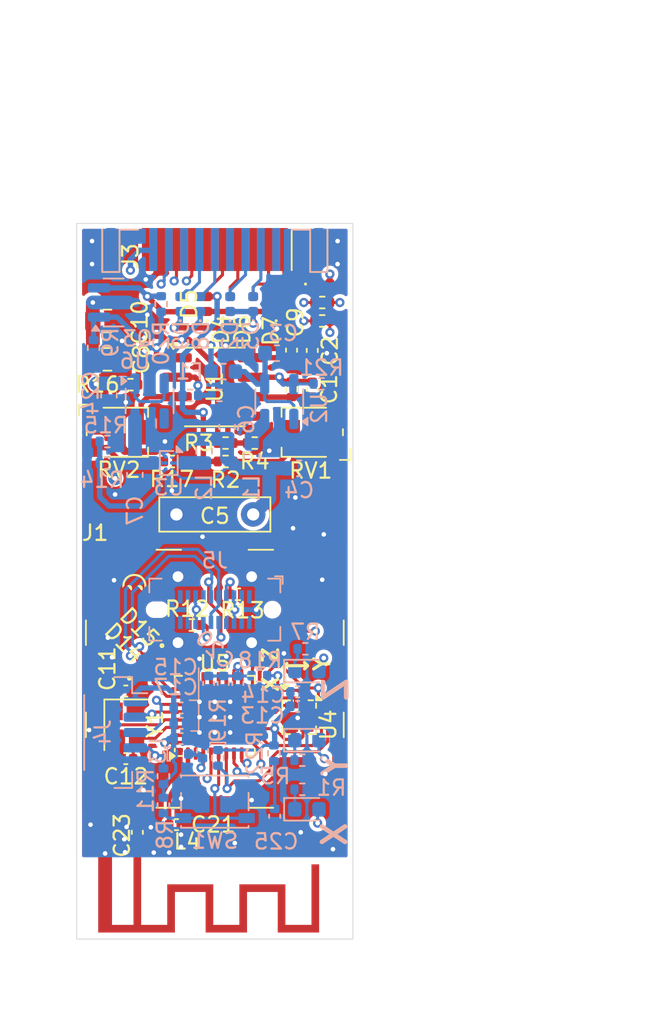
<source format=kicad_pcb>
(kicad_pcb (version 20240108) (generator "pcbnew") (generator_version "8.0")
  (layers (0 "F.Cu" signal) (1 "In1.Cu" signal) (2 "In2.Cu" signal) (31 "B.Cu" signal) (34 "B.Paste" user) (35 "F.Paste" user) (36 "B.SilkS" user "B.Silkscreen") (37 "F.SilkS" user "F.Silkscreen") (38 "B.Mask" user) (39 "F.Mask" user) (44 "Edge.Cuts" user))
  (net 0 "")
  (net 1 "Net-(U2-VOUT)")
  (net 2 "GND")
  (net 3 "Net-(D9-K)")
  (net 4 "Cap_V+")
  (net 5 "+3V3")
  (net 6 "VBUS")
  (net 7 "D1-")
  (net 8 "D1+")
  (net 9 "D0+")
  (net 10 "D0-")
  (net 11 "D2-")
  (net 12 "D2+")
  (net 13 "Net-(D8-K)")
  (net 14 "CK+")
  (net 15 "CK-")
  (net 16 "VDD")
  (net 23 "GPIO8")
  (net 24 "Net-(U2-SW)")
  (net 25 "Net-(U3-SW)")
  (net 26 "Net-(U3-VSEL)")
  (net 27 "lin_reg")
  (net 28 "Net-(U1B-+)")
  (net 29 "Net-(U1B--)")
  (net 30 "Net-(U1A-+)")
  (net 31 "Net-(AE1-FEED)")
  (net 32 "Net-(U5-XTAL_N)")
  (net 33 "Net-(U5-XTAL_P)")
  (net 34 "Net-(U5-VDD3P3)")
  (net 35 "Net-(U5-LNA_IN)")
  (net 36 "RXD")
  (net 37 "Net-(D10-K)")
  (net 38 "TXD")
  (net 39 "Net-(D11-K)")
  (net 40 "Net-(D12-K)")
  (net 41 "User_LED3")
  (net 42 "+5V")
  (net 43 "A_D+")
  (net 44 "A_D-")
  (net 45 "GPIO9")
  (net 46 "User_SW1")
  (net 47 "ACC_MOSI")
  (net 48 "ACC_INT1")
  (net 49 "ACC_SCK")
  (net 50 "ACC_MISO")
  (net 51 "ACC_INT2")
  (net 52 "GPIO2")
  (net 59 "Net-(J5-CC2)")
  (net 64 "Net-(J5-CC1)")
  (net 65 "Net-(D16-A)")
  (net 72 "Net-(U2-RUN)")
  (net 74 "Net-(U5-CHIP_EN)")
  (net 75 "Net-(J3-SCL)")
  (net 76 "Net-(J3-SDA)")
  (net 77 "Net-(R2-Pad2)")
  (net 79 "Net-(R16-Pad2)")
  (net 80 "Net-(R17-Pad1)")
  (net 81 "Net-(U1A--)")
  (footprint "Capacitor_SMD:C_0805_2012Metric" (layer "F.Cu") (at 71.5 48.25 180)
    (property "Reference" "C10")
    (property "Value" "47uF")
  )
  (footprint "Package_SON:Texas_DPY0002A_0.6x1mm_P0.65mm" (layer "F.Cu") (at 74.48995 69.96005 -135)
    (property "Reference" "D15")
    (property "Value" "D_TVS")
  )
  (footprint "Resistor_SMD:R_0402_1005Metric" (layer "F.Cu") (at 79.2 56.2 180)
    (property "Reference" "R3")
    (property "Value" "120k")
  )
  (footprint "Resistor_SMD:R_0402_1005Metric" (layer "F.Cu") (at 85.5 48.25 180)
    (property "Reference" "R23" (hide yes))
    (property "Value" "10k")
  )
  (footprint "Capacitor_SMD:C_0402_1005Metric" (layer "F.Cu") (at 84.85 50.17 -90)
    (property "Reference" "C2")
    (property "Value" "100n")
  )
  (footprint "Inductor_SMD:L_0402_1005Metric" (layer "F.Cu") (at 75 82.05 180)
    (property "Reference" "L4")
    (property "Value" "0R")
  )
  (footprint "Resistor_SMD:R_0402_1005Metric" (layer "F.Cu") (at 81.1 56.2)
    (property "Reference" "R4")
    (property "Value" "100k")
  )
  (footprint "Capacitor_SMD:C_0805_2012Metric" (layer "F.Cu") (at 71.5 50.75 180)
    (property "Reference" "C8")
    (property "Value" "47uF")
  )
  (footprint "Capacitor_SMD:C_0402_1005Metric" (layer "F.Cu") (at 83.5 50.15 -90)
    (property "Reference" "C9")
    (property "Value" "100n")
  )
  (footprint "Resistor_SMD:R_0402_1005Metric" (layer "F.Cu") (at 80 66.05)
    (property "Reference" "R13")
    (property "Value" "5.1k")
  )
  (footprint "Capacitor_THT:C_Rect_L7.0mm_W2.0mm_P5.00mm" (layer "F.Cu") (at 81 60.85 180)
    (property "Reference" "C5")
    (property "Value" "C_Polarized")
  )
  (footprint "Diode_SMD:D_0402_1005Metric" (layer "F.Cu") (at 78 47.15 90)
    (property "Reference" "D5")
    (property "Value" "D_Small")
  )
  (footprint "Capacitor_SMD:C_0402_1005Metric" (layer "F.Cu") (at 72.7 72.35 180)
    (property "Reference" "C11")
    (property "Value" "22pF")
  )
  (footprint "Capacitor_SMD:C_0402_1005Metric" (layer "F.Cu") (at 76 81.05)
    (property "Reference" "C21")
    (property "Value" "TBD")
  )
  (footprint "RF_Shielding:Laird_Technologies_BMI-S-102_16.50x16.50mm" (layer "F.Cu") (at 78.5 71.55)
    (property "Reference" "J1")
    (property "Value" "RFShield_OnePiece")
  )
  (footprint "Resistor_SMD:R_0402_1005Metric" (layer "F.Cu") (at 77 68.05 180)
    (property "Reference" "R12")
    (property "Value" "5.1k")
  )
  (footprint "Crystal:Crystal_SMD_2520-4Pin_2.5x2.0mm" (layer "F.Cu") (at 72.7 74.55 -90)
    (property "Reference" "Y1")
    (property "Value" "40MHz")
  )
  (footprint "Package_SO:SOIC-8_3.9x4.9mm_P1.27mm" (layer "F.Cu") (at 78.5 52.55)
    (property "Reference" "U1")
    (property "Value" "LMV358")
  )
  (footprint "Diode_SMD:D_0402_1005Metric" (layer "F.Cu") (at 85.5 45.85)
    (property "Reference" "D16" (hide yes))
    (property "Value" "D_Small")
  )
  (footprint "Diode_SMD:D_0402_1005Metric" (layer "F.Cu") (at 79.5 47.15 90)
    (property "Reference" "D4")
    (property "Value" "D_Small")
  )
  (footprint "Potentiometer_SMD:Potentiometer_Bourns_TC33X_Vertical" (layer "F.Cu") (at 72.25 55.5)
    (property "Reference" "RV2")
    (property "Value" "100k")
  )
  (footprint "Diode_SMD:D_0402_1005Metric" (layer "F.Cu") (at 81 47.15 90)
    (property "Reference" "D6")
    (property "Value" "D_Small")
  )
  (footprint "Package_SON:Texas_DPY0002A_0.6x1mm_P0.65mm" (layer "F.Cu") (at 73.5 70.95 45)
    (property "Reference" "D14")
    (property "Value" "D_TVS")
  )
  (footprint "Package_LGA:LGA-12_2x2mm_P0.5mm" (layer "F.Cu") (at 84 74.05 -90)
    (property "Reference" "U4")
    (property "Value" "LIS2DE12")
  )
  (footprint "Resistor_SMD:R_0402_1005Metric" (layer "F.Cu") (at 75.7 57.4)
    (property "Reference" "R17")
    (property "Value" "200k")
  )
  (footprint "Resistor_SMD:R_0402_1005Metric" (layer "F.Cu") (at 79.2 57.4)
    (property "Reference" "R2")
    (property "Value" "100k")
  )
  (footprint "Symbol:wavy_baby_2x2_2" (layer "F.Cu") (at 73.25 65.65)
    (property "Reference" "REF**" (hide yes))
    (property "Value" "wavy_baby_2x2_2")
  )
  (footprint "Connector_HDMI:HDMI_A_Contact_Technology_HDMI-19APL2_Horizontal" (layer "F.Cu") (at 78.5 43.6 180)
    (property "Reference" "J3")
    (property "Value" "HDMI_A_1.4")
  )
  (footprint "Resistor_SMD:R_0402_1005Metric" (layer "F.Cu") (at 85.5 47.05 180)
    (property "Reference" "R24" (hide yes))
    (property "Value" "10k")
  )
  (footprint "Diode_SMD:D_0402_1005Metric" (layer "F.Cu") (at 82.5 47.15 90)
    (property "Reference" "D7")
    (property "Value" "D_Small")
  )
  (footprint "Package_DFN_QFN:QFN-32-1EP_5x5mm_P0.5mm_EP3.7x3.7mm" (layer "F.Cu") (at 78.5 73.97 90)
    (property "Reference" "U5")
    (property "Value" "ESP32-C3FH4")
  )
  (footprint "Resistor_SMD:R_0402_1005Metric" (layer "F.Cu") (at 83.5 52.7 90)
    (property "Reference" "R6" (hide yes))
    (property "Value" "100k")
  )
  (footprint "Potentiometer_SMD:Potentiometer_Bourns_TC33X_Vertical" (layer "F.Cu") (at 84.75 55.5 180)
    (property "Reference" "RV1")
    (property "Value" "100k")
  )
  (footprint "Capacitor_SMD:C_0402_1005Metric" (layer "F.Cu") (at 73.45 81.55 90)
    (property "Reference" "C23")
    (property "Value" "TBD")
  )
  (footprint "Symbol:cartesian" (layer "F.Cu") (at 83.05 70.7 90)
    (property "Reference" "REF**" (hide yes))
    (property "Value" "cartesian")
  )
  (footprint "Capacitor_SMD:C_0402_1005Metric" (layer "F.Cu") (at 72.7 76.75 180)
    (property "Reference" "C12")
    (property "Value" "22pF")
  )
  (footprint "RF_Antenna:Texas_SWRA117D_2.4GHz_Left" (layer "F.Cu") (at 73.45 82.925 180)
    (property "Reference" "AE1" (hide yes))
    (property "Value" "Antenna_Chip")
  )
  (footprint "Resistor_SMD:R_0402_1005Metric" (layer "F.Cu") (at 73 52.4 180)
    (property "Reference" "R16")
    (property "Value" "50k")
  )
  (footprint "Capacitor_SMD:C_0402_1005Metric" (layer "F.Cu") (at 84.85 52.7 90)
    (property "Reference" "C1")
    (property "Value" "470p")
  )
  (footprint "Capacitor_SMD:C_0402_1005Metric" (layer "B.Cu") (at 80 71.85 -90)
    (property "Reference" "C22" (hide yes))
    (property "Value" "100nF")
  )
  (footprint "Resistor_SMD:R_0402_1005Metric" (layer "B.Cu") (at 78.7 76.7 -90)
    (property "Reference" "R19")
    (property "Value" "10k")
  )
  (footprint "Diode_SMD:D_0402_1005Metric" (layer "B.Cu") (at 81 47.15 90)
    (property "Reference" "D3")
    (property "Value" "D_Small")
  )
  (footprint "rotatinator_lib:WLCSP-6_1.4x1.0mm_P0.4mm" (layer "B.Cu") (at 75.5 57.5 -90)
    (property "Reference" "U3")
    (property "Value" "~")
  )
  (footprint "LED_SMD:LED_0603_1608Metric" (layer "B.Cu") (at 84.5 71.05)
    (property "Reference" "D12" (hide yes))
    (property "Value" "LED")
  )
  (footprint "Resistor_SMD:R_0402_1005Metric" (layer "B.Cu") (at 84.2 76.85)
    (property "Reference" "R5")
    (property "Value" "1.2k")
  )
  (footprint "Inductor_SMD:L_0402_1005Metric" (layer "B.Cu") (at 76.3 76.45 180)
    (property "Reference" "L3")
    (property "Value" "2.0nH")
  )
  (footprint "Capacitor_SMD:C_0402_1005Metric" (layer "B.Cu") (at 77.7 76.25 90)
    (property "Reference" "C16" (hide yes))
    (property "Value" "100nF")
  )
  (footprint "Resistor_SMD:R_0402_1005Metric" (layer "B.Cu") (at 78.8 53.1 180)
    (property "Reference" "R25" (hide yes))
    (property "Value" "200k")
  )
  (footprint "Capacitor_SMD:C_0603_1608Metric" (layer "B.Cu") (at 82.55 50.35)
    (property "Reference" "C3")
    (property "Value" "4.7uF")
  )
  (footprint "Fuse:Fuse_0603_1608Metric" (layer "B.Cu") (at 79.05 51.55 180)
    (property "Reference" "F1")
    (property "Value" "200mA ")
  )
  (footprint "Inductor_SMD:L_0603_1608Metric" (layer "B.Cu") (at 80.9 57.05 -90)
    (property "Reference" "L1")
    (property "Value" "2.2uH")
  )
  (footprint "Capacitor_SMD:C_0603_1608Metric" (layer "B.Cu") (at 84 57.85)
    (property "Reference" "C4")
    (property "Value" "10uF")
  )
  (footprint "Resistor_SMD:R_0402_1005Metric" (layer "B.Cu") (at 81.4 71.35)
    (property "Reference" "R18")
    (property "Value" "10k")
  )
  (footprint "Capacitor_SMD:C_0603_1608Metric" (layer "B.Cu") (at 73.29 58.275 -90)
    (property "Reference" "C7")
    (property "Value" "22uF")
  )
  (footprint "Capacitor_SMD:C_0402_1005Metric" (layer "B.Cu") (at 82.4 80.5 -90)
    (property "Reference" "C25")
    (property "Value" "100nF")
  )
  (footprint "LED_SMD:LED_0603_1608Metric" (layer "B.Cu") (at 84.5 80.05)
    (property "Reference" "D10" (hide yes))
    (property "Value" "LED")
  )
  (footprint "Resistor_SMD:R_0402_1005Metric" (layer "B.Cu") (at 71.5 56.1)
    (property "Reference" "R15")
    (property "Value" "0")
  )
  (footprint "Capacitor_SMD:C_0603_1608Metric" (layer "B.Cu") (at 71.6 53.1 -90)
    (property "Reference" "C24")
    (property "Value" "2.2uF")
  )
  (footprint "Resistor_SMD:R_0402_1005Metric" (layer "B.Cu") (at 75 47.15 90)
    (property "Reference" "R20")
    (property "Value" "10k")
  )
  (footprint "Package_TO_SOT_SMD:SOT-23-5" (layer "B.Cu") (at 74.25 53.4625 -90)
    (property "Reference" "U6")
    (property "Value" "AP2112K-3.3")
  )
  (footprint "Capacitor_SMD:C_0402_1005Metric" (layer "B.Cu") (at 76.3 74.45)
    (property "Reference" "C17")
    (property "Value" "100nF")
  )
  (footprint "Resistor_SMD:R_0402_1005Metric" (layer "B.Cu") (at 85.45 52.35)
    (property "Reference" "R21")
    (property "Value" "100k")
  )
  (footprint "Capacitor_SMD:C_0402_1005Metric" (layer "B.Cu") (at 76.3 73.45)
    (property "Reference" "C15")
    (property "Value" "10uF")
  )
  (footprint "Diode_SMD:D_0402_1005Metric" (layer "B.Cu") (at 77.55 47.15 90)
    (property "Reference" "D8")
    (property "Value" "D_Small")
  )
  (footprint "Diode_SMD:D_0402_1005Metric" (layer "B.Cu") (at 76.25 47.15 90)
    (property "Reference" "D9")
    (property "Value" "D_Small")
  )
  (footprint "Inductor_SMD:L_0603_1608Metric" (layer "B.Cu") (at 77.8 56.7125 -90)
    (property "Reference" "L2")
    (property "Value" "1uH")
  )
  (footprint "Resistor_SMD:R_0402_1005Metric" (layer "B.Cu") (at 82.35 76.4 -90)
    (property "Reference" "R22")
    (property "Value" "10k")
  )
  (footprint "Capacitor_SMD:C_0402_1005Metric" (layer "B.Cu") (at 76.3 75.45)
    (property "Reference" "C19" (hide yes))
    (property "Value" "100nF")
  )
  (footprint "Resistor_SMD:R_0402_1005Metric" (layer "B.Cu") (at 76.9 53.1 180)
    (property "Reference" "R10" (hide yes))
    (property "Value" "200k")
  )
  (footprint "Resistor_SMD:R_0402_1005Metric" (layer "B.Cu") (at 70.6 50 -90)
    (property "Reference" "R9")
    (property "Value" "100k")
  )
  (footprint "Resistor_SMD:R_0402_1005Metric" (layer "B.Cu") (at 75.15 79.8 -90)
    (property "Reference" "R8")
    (property "Value" "10k")
  )
  (footprint "Button_Switch_SMD:SW_SPST_PTS810" (layer "B.Cu") (at 78.5 79.55 180)
    (property "Reference" "SW1")
    (property "Value" "SW_SPST")
  )
  (footprint "Package_TO_SOT_SMD:TSOT-23-5" (layer "B.Cu") (at 82.7 53.5 90)
    (property "Reference" "U2")
    (property "Value" "LTC3406AES5")
  )
  (footprint "Resistor_SMD:R_0402_1005Metric" (layer "B.Cu") (at 84.2 78.75)
    (property "Reference" "R1")
    (property "Value" "1.2k")
  )
  (footprint "Capacitor_SMD:C_0402_1005Metric" (layer "B.Cu") (at 83.9 72.4)
    (property "Reference" "C14")
    (property "Value" "4.7uF")
  )
  (footprint "Package_TO_SOT_SMD:SOT-23" (layer "B.Cu") (at 71.9 47.05)
    (property "Reference" "Q3")
    (property "Value" "Q_PMOS_GSD")
  )
  (footprint "Capacitor_SMD:C_0402_1005Metric" (layer "B.Cu") (at 78.1 71.85 -90)
    (property "Reference" "C18" (hide yes))
    (property "Value" "100nF")
  )
  (footprint "Connector_JST:JST_SH_BM05B-SRSS-TB_1x05-1MP_P1.00mm_Vertical" (layer "B.Cu") (at 72 75.05 -90)
    (property "Reference" "J4")
    (property "Value" "Conn_01x05_MountingPin")
  )
  (footprint "Diode_SMD:D_0402_1005Metric" (layer "B.Cu") (at 79.5 47.15 90)
    (property "Reference" "D2")
    (property "Value" "D_Small")
  )
  (footprint "Resistor_SMD:R_0402_1005Metric" (layer "B.Cu") (at 84.4 69.6)
    (property "Reference" "R7")
    (property "Value" "1.2k")
  )
  (footprint "LED_SMD:LED_0603_1608Metric" (layer "B.Cu") (at 84.5 75.55)
    (property "Reference" "D11" (hide yes))
    (property "Value" "LED")
  )
  (footprint "Connector_USB:USB_C_Receptacle_GCT_USB4115-03-C" (layer "B.Cu") (at 78.5 67.05 180)
    (property "Reference" "J5")
    (property "Value" "USB_C_Receptacle")
  )
  (footprint "Capacitor_SMD:C_0402_1005Metric" (layer "B.Cu") (at 83.9 73.35)
    (property "Reference" "C13")
    (property "Value" "100nF")
  )
  (footprint "Resistor_SMD:R_0402_1005Metric" (layer "B.Cu") (at 75.15 77.9 90)
    (property "Reference" "R11")
    (property "Value" "100k")
  )
  (footprint "Capacitor_SMD:C_0402_1005Metric" (layer "B.Cu") (at 79.05 71.85 -90)
    (property "Reference" "C20")
    (property "Value" "100nF")
  )
  (footprint "Capacitor_SMD:C_0603_1608Metric" (layer "B.Cu") (at 79.3 55.15 90)
    (property "Reference" "C6")
    (property "Value" "22uF")
  )
  (footprint "Resistor_SMD:R_0402_1005Metric" (layer "B.Cu") (at 71.5 57.5 180)
    (property "Reference" "R14")
    (property "Value" "DNF")
  )
  (gr_line (start 75.4 76.9) (end 75.6 76.9) (stroke (width 0.1)) (layer "B.SilkS"))
  (gr_line (start 75.6 76) (end 75.4 76) (stroke (width 0.1)) (layer "B.SilkS"))
  (gr_line (start 79.2 75.7) (end 79.2 75.9) (stroke (width 0.1)) (layer "B.SilkS"))
  (gr_line (start 77.45 72.95) (end 76.85 72.95) (stroke (width 0.1)) (layer "B.SilkS"))
  (gr_line (start 75.4 76) (end 75.4 76.9) (stroke (width 0.1)) (layer "B.SilkS"))
  (gr_line (start 77.45 70.85) (end 77.45 74.95) (stroke (width 0.1)) (layer "B.SilkS"))
  (gr_line (start 78.2 75.9) (end 78.2 75.7) (stroke (width 0.1)) (layer "B.SilkS"))
  (gr_line (start 77.45 74.95) (end 76.95 74.95) (stroke (width 0.1)) (layer "B.SilkS"))
  (gr_line (start 78.2 75.7) (end 79.2 75.7) (stroke (width 0.1)) (layer "B.SilkS"))
  (gr_rect (start 69.5 41.9) (end 87.5 88.5) (stroke (width 0.05)) (fill none) (layer "Edge.Cuts"))
  (gr_text "Z" (at 87.26 71.35 90) (layer "B.SilkS") (effects (font (size 1.5 1.5) (thickness 0.3) (bold yes)) (justify left bottom mirror)))
  (gr_text "Y" (at 87.22 76.37 90) (layer "B.SilkS") (effects (font (size 1.5 1.5) (thickness 0.3) (bold yes)) (justify left bottom mirror)))
  (gr_text "X" (at 87.18 80.76 90) (layer "B.SilkS") (effects (font (size 1.5 1.5) (thickness 0.3) (bold yes)) (justify left bottom mirror)))
  (segment (start 84.82 52.19) (end 84.85 52.22) (width 0.35) (layer "F.Cu") (net 1))
  (segment (start 82.7 51.9) (end 82.99 52.19) (width 0.35) (layer "F.Cu") (net 1))
  (segment (start 82.685 51.915) (end 80.975 51.915) (width 0.35) (layer "F.Cu") (net 1))
  (segment (start 82.7 51.9) (end 82.685 51.915) (width 0.35) (layer "F.Cu") (net 1))
  (segment (start 82.99 52.19) (end 83.5 52.19) (width 0.35) (layer "F.Cu") (net 1))
  (segment (start 83.5 52.19) (end 84.82 52.19) (width 0.35) (layer "F.Cu") (net 1))
  (via (at 82.7 51.9) (size 0.6) (drill 0.3) (layers "F.Cu" "B.Cu") (net 1))
  (segment (start 84.94 52.35) (end 83.6625 52.35) (width 0.2) (layer "B.Cu") (net 1))
  (segment (start 82.7 51.9) (end 82.7 52.1) (width 0.35) (layer "B.Cu") (net 1))
  (segment (start 82.9625 52.3625) (end 83.65 52.3625) (width 0.35) (layer "B.Cu") (net 1))
  (segment (start 83.6625 52.35) (end 83.65 52.3625) (width 0.2) (layer "B.Cu") (net 1))
  (segment (start 82.7 52.1) (end 82.9625 52.3625) (width 0.35) (layer "B.Cu") (net 1))
  (segment (start 77.3 78.85) (end 76.9 78.85) (width 0.2) (layer "F.Cu") (net 2))
  (segment (start 77.75 79.7) (end 77.3 79.25) (width 0.2) (layer "F.Cu") (net 2))
  (segment (start 73.18 72.35) (end 73.18 73.455) (width 0.2) (layer "F.Cu") (net 2))
  (segment (start 72.45 49.55) (end 72.45 50.75) (width 0.35) (layer "F.Cu") (net 2))
  (segment (start 75 44.895405) (end 74.345405 45.55) (width 0.35) (layer "F.Cu") (net 2))
  (segment (start 80.65 79.7) (end 78.5 79.7) (width 0.2) (layer "F.Cu") (net 2))
  (segment (start 78.5 79.7) (end 77.75 79.7) (width 0.2) (layer "F.Cu") (net 2))
  (segment (start 80.9 79.45) (end 80.65 79.7) (width 0.2) (layer "F.Cu") (net 2))
  (segment (start 75 43.65) (end 75 44.895405) (width 0.35) (layer "F.Cu") (net 2))
  (segment (start 83.7 74.3) (end 83.2375 74.3) (width 0.2) (layer "F.Cu") (net 2))
  (segment (start 75.9 54.58) (end 76.025 54.455) (width 0.35) (layer "F.Cu") (net 2))
  (segment (start 74.345405 45.55) (end 74 45.55) (width 0.35) (layer "F.Cu") (net 2))
  (segment (start 72.22 75.645) (end 72 75.425) (width 0.2) (layer "F.Cu") (net 2))
  (segment (start 77.3 79.25) (end 77.3 78.85) (width 0.2) (layer "F.Cu") (net 2))
  (segment (start 75.9 56.75) (end 75.9 54.58) (width 0.35) (layer "F.Cu") (net 2))
  (segment (start 73.18 73.455) (end 73.4 73.675) (width 0.2) (layer "F.Cu") (net 2))
  (segment (start 83.9 74.1) (end 83.7 74.3) (width 0.2) (layer "F.Cu") (net 2))
  (segment (start 72.22 76.75) (end 72.22 75.645) (width 0.2) (layer "F.Cu") (net 2))
  (via (at 72 59.55) (size 0.6) (drill 0.3) (layers "F.Cu" "B.Cu") (net 2))
  (via (at 72.6 82) (size 0.6) (drill 0.3) (layers "F.Cu" "B.Cu") (net 2))
  (via (at 77.5 73.05) (size 0.6) (drill 0.3) (layers "F.Cu" "B.Cu") (net 2))
  (via (at 74.52 82.87) (size 0.6) (drill 0.3) (layers "F.Cu" "B.Cu") (net 2))
  (via (at 71.8 70.15) (size 0.6) (drill 0.3) (layers "F.Cu" "B.Cu") (net 2))
  (via (at 73.85 78.8) (size 0.6) (drill 0.3) (layers "F.Cu" "B.Cu") (net 2))
  (via (at 78.5 75.05) (size 0.6) (drill 0.3) (layers "F.Cu" "B.Cu") (net 2))
  (via (at 85.7 77.75) (size 0.6) (drill 0.3) (layers "F.Cu" "B.Cu") (net 2))
  (via (at 76.3 81.7) (size 0.6) (drill 0.3) (layers "F.Cu" "B.Cu") (net 2))
  (via (at 82.05 56.7) (size 0.6) (drill 0.3) (layers "F.Cu" "B.Cu") (net 2))
  (via (at 75.25 56.1) (size 0.6) (drill 0.3) (layers "F.Cu" "B.Cu") (net 2))
  (via (at 79.5 73.05) (size 0.6) (drill 0.3) (layers "F.Cu" "B.Cu") (net 2))
  (via (at 74.33 81.22) (size 0.6) (drill 0.3) (layers "F.Cu" "B.Cu") (net 2))
  (via (at 83.75 59.75) (size 0.6) (drill 0.3) (layers "F.Cu" "B.Cu") (net 2))
  (via (at 86.2 82.65) (size 0.6) (drill 0.3) (layers "F.Cu" "B.Cu") (net 2))
  (via (at 78.5 73.05) (size 0.6) (drill 0.3) (layers "F.Cu" "B.Cu") (net 2))
  (via (at 79.5 74.05) (size 0.6) (drill 0.3) (layers "F.Cu" "B.Cu") (net 2))
  (via (at 83.6 61.75) (size 0.6) (drill 0.3) (layers "F.Cu" "B.Cu") (net 2))
  (via (at 86.5 44.55) (size 0.6) (drill 0.3) (layers "F.Cu" "B.Cu") (net 2))
  (via (at 79.2 49.85) (size 0.6) (drill 0.3) (layers "F.Cu" "B.Cu") (net 2))
  (via (at 77.7 62.3) (size 0.6) (drill 0.3) (layers "F.Cu" "B.Cu") (net 2))
  (via (at 85.5 65.1) (size 0.6) (drill 0.3) (layers "F.Cu" "B.Cu") (net 2))
  (via (at 85.8 50.35) (size 0.6) (drill 0.3) (layers "F.Cu" "B.Cu") (net 2))
  (via (at 77.5 74.05) (size 0.6) (drill 0.3) (layers "F.Cu" "B.Cu") (net 2))
  (via (at 74.1 47.85) (size 0.6) (drill 0.3) (layers "F.Cu" "B.Cu") (net 2))
  (via (at 71.530076 68.875387) (size 0.6) (drill 0.3) (layers "F.Cu" "B.Cu") (net 2))
  (via (at 85.6 62.15) (size 0.6) (drill 0.3) (layers "F.Cu" "B.Cu") (net 2))
  (via (at 79.25 70.1) (size 0.6) (drill 0.3) (layers "F.Cu" "B.Cu") (net 2))
  (via (at 76.3 82.5) (size 0.6) (drill 0.3) (layers "F.Cu" "B.Cu") (net 2))
  (via (at 72.7 53.55) (size 0.6) (drill 0.3) (layers "F.Cu" "B.Cu") (net 2))
  (via (at 79.5 75.05) (size 0.6) (drill 0.3) (layers "F.Cu" "B.Cu") (net 2))
  (via (at 83 69.9) (size 0.6) (drill 0.3) (layers "F.Cu" "B.Cu") (net 2))
  (via (at 75.7 59.3) (size 0.6) (drill 0.3) (layers "F.Cu" "B.Cu") (net 2))
  (via (at 78.5 74.05) (size 0.6) (drill 0.3) (layers "F.Cu" "B.Cu") (net 2))
  (via (at 70.4 81.05) (size 0.6) (drill 0.3) (layers "F.Cu" "B.Cu") (net 2))
  (via (at 72.45 49.55) (size 0.6) (drill 0.3) (layers "F.Cu" "B.Cu") (net 2))
  (via (at 74 45.55) (size 0.6) (drill 0.3) (layers "F.Cu" "B.Cu") (net 2))
  (via (at 79.8 82.25) (size 0.6) (drill 0.3) (layers "F.Cu" "B.Cu") (net 2))
  (via (at 70.305491 74.887608) (size 0.6) (drill 0.3) (layers "F.Cu" "B.Cu") (net 2))
  (via (at 80.9 79.45) (size 0.6) (drill 0.3) (layers "F.Cu" "B.Cu") (net 2))
  (via (at 84.1 81.55) (size 0.6) (drill 0.3) (layers "F.Cu" "B.Cu") (net 2))
  (via (at 82.55 48.75) (size 0.6) (drill 0.3) (layers "F.Cu" "B.Cu") (net 2))
  (via (at 77.5 70.25) (size 0.6) (drill 0.3) (layers "F.Cu" "B.Cu") (net 2))
  (via (at 70.5 43.05) (size 0.6) (drill 0.3) (layers "F.Cu" "B.Cu") (net 2))
  (via (at 77.5 75.05) (size 0.6) (drill 0.3) (layers "F.Cu" "B.Cu") (net 2))
  (via (at 72.65 82.85) (size 0.6) (drill 0.3) (layers "F.Cu" "B.Cu") (net 2))
  (via (at 76.3 79.35) (size 0.6) (drill 0.3) (layers "F.Cu" "B.Cu") (net 2))
  (via (at 75.53 82.87) (size 0.6) (drill 0.3) (layers "F.Cu" "B.Cu") (net 2))
  (via (at 72.75 81.2) (size 0.6) (drill 0.3) (layers "F.Cu" "B.Cu") (net 2))
  (via (at 83.9 74.1) (size 0.6) (drill 0.3) (layers "F.Cu" "B.Cu") (net 2))
  (via (at 71.931609 65.134901) (size 0.6) (drill 0.3) (layers "F.Cu" "B.Cu") (net 2))
  (via (at 86.5 43.05) (size 0.6) (drill 0.3) (layers "F.Cu" "B.Cu") (net 2))
  (via (at 70.5 44.55) (size 0.6) (drill 0.3) (layers "F.Cu" "B.Cu") (net 2))
  (via (at 81.2 67.05) (size 0.6) (drill 0.3) (layers "F.Cu" "B.Cu") (net 2))
  (segment (start 72.375 53.875) (end 72.7 53.55) (width 0.35) (layer "B.Cu") (net 2))
  (segment (start 82.7 54.65) (end 82.7 54.6375) (width 0.35) (layer "B.Cu") (net 2))
  (segment (start 71.6 53.875) (end 72.375 53.875) (width 0.35) (layer "B.Cu") (net 2))
  (segment (start 75.25 56.1) (end 75.1 56.25) (width 0.2) (layer "B.Cu") (net 2))
  (segment (start 77.7 75.25) (end 77.5 75.05) (width 0.35) (layer "B.Cu") (net 2))
  (segment (start 84.775 58.725) (end 84.775 57.25) (width 0.35) (layer "B.Cu") (net 2))
  (segment (start 81.25 67.885) (end 81.25 67.1) (width 0.2) (layer "B.Cu") (net 2))
  (segment (start 71.6 53.875) (end 71.6 55.25) (width 0.35) (layer "B.Cu") (net 2))
  (segment (start 75.1 56.9) (end 75.3 57.1) (width 0.2) (layer "B.Cu") (net 2))
  (segment (start 83.75 59.75) (end 84.775 58.725) (width 0.35) (layer "B.Cu") (net 2))
  (segment (start 81.25 67.1) (end 81.2 67.05) (width 0.2) (layer "B.Cu") (net 2))
  (segment (start 71.6 55.25) (end 71.75 55.4) (width 0.35) (layer "B.Cu") (net 2))
  (segment (start 77.7 75.77) (end 77.7 75.25) (width 0.35) (layer "B.Cu") (net 2))
  (segment (start 75.1 56.25) (end 75.1 56.9) (width 0.2) (layer "B.Cu") (net 2))
  (segment (start 84.85 50.65) (end 84.845 50.645) (width 0.35) (layer "F.Cu") (net 3))
  (segment (start 75.85 48.7) (end 79.75 48.7) (width 0.35) (layer "F.Cu") (net 3))
  (segment (start 84.845 50.645) (end 80.975 50.645) (width 0.35) (layer "F.Cu") (net 3))
  (segment (start 79.75 48.7) (end 80.975 49.925) (width 0.35) (layer "F.Cu") (net 3))
  (segment (start 80.975 49.925) (end 80.975 50.645) (width 0.35) (layer "F.Cu") (net 3))
  (via (at 75.85 48.7) (size 0.6) (drill 0.3) (layers "F.Cu" "B.Cu") (net 3))
  (segment (start 75.85 48.7) (end 76.25 48.3) (width 0.35) (layer "B.Cu") (net 3))
  (segment (start 76.25 48.3) (end 76.25 47.635) (width 0.35) (layer "B.Cu") (net 3))
  (segment (start 78 78.05) (end 78.25 77.8) (width 0.2) (layer "F.Cu") (net 4))
  (segment (start 78.25 77.8) (end 78.25 76.42) (width 0.2) (layer "F.Cu") (net 4))
  (via (at 78 78.05) (size 0.6) (drill 0.3) (layers "F.Cu" "B.Cu") (net 4))
  (segment (start 76.3 58.5) (end 78.55 58.5) (width 0.2) (layer "B.Cu") (net 4))
  (segment (start 80.9 57.8375) (end 82.05 57.8375) (width 0.9) (layer "B.Cu") (net 4))
  (segment (start 80.1 57.55) (end 80.55 58) (width 0.2) (layer "B.Cu") (net 4))
  (segment (start 82.05 59.8) (end 82.05 57.8375) (width 0.9) (layer "B.Cu") (net 4))
  (segment (start 75.7 57.9) (end 76.3 58.5) (width 0.2) (layer "B.Cu") (net 4))
  (segment (start 77.8 55.925) (end 76.875 55.925) (width 0.9) (layer "B.Cu") (net 4))
  (segment (start 79.9375 57.8375) (end 80.9 57.8375) (width 0.9) (layer "B.Cu") (net 4))
  (segment (start 83.2125 57.8375) (end 83.225 57.85) (width 0.9) (layer "B.Cu") (net 4))
  (segment (start 81.1 60.85) (end 81 60.85) (width 0.9) (layer "B.Cu") (net 4))
  (segment (start 81 60.85) (end 82.05 59.8) (width 0.9) (layer "B.Cu") (net 4))
  (segment (start 79.3 57.2) (end 79.9375 57.8375) (width 0.9) (layer "B.Cu") (net 4))
  (segment (start 75.7 57.1) (end 76.5 56.3) (width 0.2) (layer "B.Cu") (net 4))
  (segment (start 82.05 57.8375) (end 83.2125 57.8375) (width 0.9) (layer "B.Cu") (net 4))
  (segment (start 77.8 55.925) (end 79.231497 55.925) (width 0.9) (layer "B.Cu") (net 4))
  (segment (start 76.875 55.925) (end 76.5 56.3) (width 0.9) (layer "B.Cu") (net 4))
  (segment (start 79.5 57.55) (end 80.1 57.55) (width 0.2) (layer "B.Cu") (net 4))
  (segment (start 78.55 58.5) (end 79.5 57.55) (width 0.2) (layer "B.Cu") (net 4))
  (segment (start 79.231497 55.925) (end 79.268248 55.961751) (width 0.9) (layer "B.Cu") (net 4))
  (segment (start 79.3 55.93) (end 79.3 57.2) (width 0.9) (layer "B.Cu") (net 4))
  (segment (start 82.4 74.825) (end 83.075 75.5) (width 0.2) (layer "F.Cu") (net 5))
  (segment (start 84.05 75.5) (end 84.25 75.3) (width 0.2) (layer "F.Cu") (net 5))
  (segment (start 75.73 75.22) (end 76.05 75.22) (width 0.2) (layer "F.Cu") (net 5))
  (segment (start 80 70.75) (end 80.25 71) (width 0.2) (layer "F.Cu") (net 5))
  (segment (start 80.25 71) (end 80.25 71.52) (width 0.2) (layer "F.Cu") (net 5))
  (segment (start 84.25 74.8125) (end 84.75 74.8125) (width 0.2) (layer "F.Cu") (net 5))
  (segment (start 75.23 75.72) (end 75.73 75.22) (width 0.2) (layer "F.Cu") (net 5))
  (segment (start 75.23 75.72) (end 76.05 75.72) (width 0.2) (layer "F.Cu") (net 5))
  (segment (start 82.4 74.8) (end 81.55 74.8) (width 0.2) (layer "F.Cu") (net 5))
  (segment (start 82.4 74.8) (end 82.4 74.825) (width 0.2) (layer "F.Cu") (net 5))
  (segment (start 79.75 71.52) (end 79.75 71) (width 0.2) (layer "F.Cu") (net 5))
  (segment (start 83.075 75.5) (end 84.05 75.5) (width 0.2) (layer "F.Cu") (net 5))
  (segment (start 84.25 75.3) (end 84.25 74.8125) (width 0.2) (layer "F.Cu") (net 5))
  (segment (start 81.55 74.8) (end 81.47 74.72) (width 0.2) (layer "F.Cu") (net 5))
  (segment (start 81.47 74.72) (end 80.95 74.72) (width 0.2) (layer "F.Cu") (net 5))
  (segment (start 79.75 71) (end 80 70.75) (width 0.2) (layer "F.Cu") (net 5))
  (via (at 80 70.75) (size 0.6) (drill 0.3) (layers "F.Cu" "B.Cu") (net 5))
  (via (at 75.23 75.72) (size 0.6) (drill 0.3) (layers "F.Cu" "B.Cu") (net 5))
  (via (at 82.4 74.8) (size 0.6) (drill 0.3) (layers "F.Cu" "B.Cu") (net 5))
  (via (at 72 58.5) (size 0.6) (drill 0.3) (layers "F.Cu" "B.Cu") (net 5))
  (segment (start 82.4 74.8) (end 82.4 74.45) (width 0.35) (layer "B.Cu") (net 5))
  (segment (start 83.42 73.43) (end 83.42 73.35) (width 0.35) (layer "B.Cu") (net 5))
  (segment (start 82.35 75.89) (end 81.71 75.89) (width 0.2) (layer "B.Cu") (net 5))
  (segment (start 75.15 78.41) (end 75.15 78.35) (width 0.35) (layer "B.Cu") (net 5))
  (segment (start 73.1375 57.3475) (end 73.29 57.5) (width 0.2) (layer "B.Cu") (net 5))
  (segment (start 82.4 74.45) (end 83.42 73.43) (width 0.35) (layer "B.Cu") (net 5))
  (segment (start 75.23 75.72) (end 75.5 75.45) (width 0.35) (layer "B.Cu") (net 5))
  (segment (start 82.4 74.8) (end 82.4 75.84) (width 0.35) (layer "B.Cu") (net 5))
  (segment (start 80.87 71.37) (end 80.89 71.35) (width 0.2) (layer "B.Cu") (net 5))
  (segment (start 75.15 78.41) (end 75.15 78.4) (width 0.2) (layer "B.Cu") (net 5))
  (segment (start 78.1 71.37) (end 80 71.37) (width 0.2) (layer "B.Cu") (net 5))
  (segment (start 73.29 57.5) (end 72.01 57.5) (width 0.9) (layer "B.Cu") (net 5))
  (segment (start 81.41 76.19) (end 78.7 76.19) (width 0.2) (layer "B.Cu") (net 5))
  (segment (start 75.82 75.45) (end 75.82 76.445) (width 0.2) (layer "B.Cu") (net 5))
  (segment (start 75.95 77.1) (end 75.815 76.965) (width 0.2) (layer "B.Cu") (net 5))
  (segment (start 80 71.37) (end 80 70.75) (width 0.2) (layer "B.Cu") (net 5))
  (segment (start 73.3 54.6) (end 73.3 56.15) (width 0.9) (layer "B.Cu") (net 5))
  (segment (start 75.815 76.965) (end 75.815 76.45) (width 0.2) (layer "B.Cu") (net 5))
  (segment (start 72 58.5) (end 72 57.51) (width 0.9) (layer "B.Cu") (net 5))
  (segment (start 82.4 75.84) (end 82.35 75.89) (width 0.35) (layer "B.Cu") (net 5))
  (segment (start 75.3 57.5) (end 74.6 57.5) (width 0.2) (layer "B.Cu") (net 5))
  (segment (start 80 71.37) (end 80.87 71.37) (width 0.2) (layer "B.Cu") (net 5))
  (segment (start 73.29 57.5) (end 74.6 57.5) (width 0.9) (layer "B.Cu") (net 5))
  (segment (start 72 57.51) (end 72.01 57.5) (width 0.9) (layer "B.Cu") (net 5))
  (segment (start 75.4 72.15) (end 75.82 72.57) (width 0.35) (layer "B.Cu") (net 5))
  (segment (start 83.42 73.35) (end 83.42 72.4) (width 0.35) (layer "B.Cu") (net 5))
  (segment (start 75.15 78.41) (end 75.15 79.29) (width 0.2) (layer "B.Cu") (net 5))
  (segment (start 81.71 75.89) (end 81.41 76.19) (width 0.2) (layer "B.Cu") (net 5))
  (segment (start 75.15 78.4) (end 75.95 77.6) (width 0.2) (layer "B.Cu") (net 5))
  (segment (start 73.325 72.525) (end 73.7 72.15) (width 0.35) (layer "B.Cu") (net 5))
  (segment (start 75.82 76.445) (end 75.815 76.45) (width 0.35) (layer "B.Cu") (net 5))
  (segment (start 75.5 75.45) (end 75.82 75.45) (width 0.35) (layer "B.Cu") (net 5))
  (segment (start 73.3 57.49) (end 73.29 57.5) (width 0.9) (layer "B.Cu") (net 5))
  (segment (start 82.4 75.1) (end 82.4 74.8) (width 0.35) (layer "B.Cu") (net 5))
  (segment (start 75.82 73.45) (end 75.82 76.445) (width 0.35) (layer "B.Cu") (net 5))
  (segment (start 73.325 73.05) (end 73.325 72.525) (width 0.35) (layer "B.Cu") (net 5))
  (segment (start 73.3 56.15) (end 73.3 57.49) (width 0.9) (layer "B.Cu") (net 5))
  (segment (start 75.82 73.45) (end 75.82 75.45) (width 0.2) (layer "B.Cu") (net 5))
  (segment (start 75.95 77.6) (end 75.95 77.1) (width 0.2) (layer "B.Cu") (net 5))
  (segment (start 75.82 72.57) (end 75.82 73.45) (width 0.35) (layer "B.Cu") (net 5))
  (segment (start 73.7 72.15) (end 75.4 72.15) (width 0.35) (layer "B.Cu") (net 5))
  (segment (start 77.985 47.65) (end 78 47.635) (width 0.35) (layer "F.Cu") (net 6))
  (segment (start 83.9 45.85) (end 83.55 46.2) (width 0.35) (layer "F.Cu") (net 6))
  (segment (start 82.515 47.65) (end 82.5 47.635) (width 0.35) (layer "F.Cu") (net 6))
  (segment (start 83 47.65) (end 82.515 47.65) (width 0.35) (layer "F.Cu") (net 6))
  (segment (start 78 47.635) (end 82.5 47.635) (width 0.35) (layer "F.Cu") (net 6))
  (segment (start 83.55 47.1) (end 83 47.65) (width 0.35) (layer "F.Cu") (net 6))
  (segment (start 85.015 45.85) (end 83.9 45.85) (width 0.35) (layer "F.Cu") (net 6))
  (segment (start 75.1 47.65) (end 77.985 47.65) (width 0.35) (layer "F.Cu") (net 6))
  (segment (start 74.1 46.65) (end 75.1 47.65) (width 0.35) (layer "F.Cu") (net 6))
  (segment (start 81 48.4) (end 81 47.635) (width 0.35) (layer "F.Cu") (net 6))
  (segment (start 83.55 46.2) (end 83.55 47.1) (width 0.35) (layer "F.Cu") (net 6))
  (via (at 81 48.4) (size 0.6) (drill 0.3) (layers "F.Cu" "B.Cu") (net 6))
  (via (at 74.1 46.65) (size 0.6) (drill 0.3) (layers "F.Cu" "B.Cu") (net 6))
  (segment (start 74.1 46.65) (end 74.11 46.64) (width 0.35) (layer "B.Cu") (net 6))
  (segment (start 81 48.4) (end 81 47.635) (width 0.35) (layer "B.Cu") (net 6))
  (segment (start 74.1 46.65) (end 73.55 46.1) (width 0.35) (layer "B.Cu") (net 6))
  (segment (start 73.55 46.1) (end 70.9625 46.1) (width 0.35) (layer "B.Cu") (net 6))
  (segment (start 79.5 47.635) (end 81 47.635) (width 0.35) (layer "B.Cu") (net 6))
  (segment (start 74.11 46.64) (end 75 46.64) (width 0.35) (layer "B.Cu") (net 6))
  (segment (start 79.5 46.25) (end 79.5 46.665) (width 0.2) (layer "B.Cu") (net 7))
  (segment (start 80.5 45.25) (end 79.5 46.25) (width 0.2) (layer "B.Cu") (net 7))
  (segment (start 80.5 43.65) (end 80.5 45.25) (width 0.2) (layer "B.Cu") (net 7))
  (segment (start 81 46.665) (end 81 46.05) (width 0.2) (layer "B.Cu") (net 8))
  (segment (start 81 46.05) (end 81.5 45.55) (width 0.2) (layer "B.Cu") (net 8))
  (segment (start 81.5 45.55) (end 81.5 43.65) (width 0.2) (layer "B.Cu") (net 8))
  (segment (start 79.5 46.05) (end 80 45.55) (width 0.2) (layer "F.Cu") (net 9))
  (segment (start 79.5 46.665) (end 79.5 46.05) (width 0.2) (layer "F.Cu") (net 9))
  (segment (start 80 45.55) (end 80 43.65) (width 0.2) (layer "F.Cu") (net 9))
  (segment (start 79 45.25) (end 78 46.25) (width 0.2) (layer "F.Cu") (net 10))
  (segment (start 77.95 57.4) (end 78.69 57.4) (width 0.35) (layer "F.Cu") (net 10))
  (segment (start 79 43.65) (end 79 45.25) (width 0.2) (layer "F.Cu") (net 10))
  (segment (start 78 46.25) (end 78 46.665) (width 0.2) (layer "F.Cu") (net 10))
  (segment (start 77.75 54.2) (end 77.75 57.2) (width 0.35) (layer "F.Cu") (net 10))
  (segment (start 78 46.665) (end 78.635 46.665) (width 0.35) (layer "F.Cu") (net 10))
  (segment (start 78.635 46.665) (end 78.65 46.65) (width 0.35) (layer "F.Cu") (net 10))
  (segment (start 77.75 57.2) (end 77.95 57.4) (width 0.35) (layer "F.Cu") (net 10))
  (via (at 77.75 54.2) (size 0.6) (drill 0.3) (layers "F.Cu" "B.Cu") (net 10))
  (via (at 78.65 46.65) (size 0.6) (drill 0.3) (layers "F.Cu" "B.Cu") (net 10))
  (segment (start 76.65 54.2) (end 76.39 53.94) (width 0.35) (layer "B.Cu") (net 10))
  (segment (start 78.65 48.25) (end 76.4 50.5) (width 0.35) (layer "B.Cu") (net 10))
  (segment (start 77.75 54.2) (end 76.65 54.2) (width 0.35) (layer "B.Cu") (net 10))
  (segment (start 76.39 53.94) (end 76.39 53.1) (width 0.35) (layer "B.Cu") (net 10))
  (segment (start 76.4 50.5) (end 76.4 53.09) (width 0.35) (layer "B.Cu") (net 10))
  (segment (start 78.65 46.65) (end 78.65 48.25) (width 0.35) (layer "B.Cu") (net 10))
  (segment (start 76.4 53.09) (end 76.39 53.1) (width 0.35) (layer "B.Cu") (net 10))
  (segment (start 81.8 45.85) (end 82 45.65) (width 0.2) (layer "F.Cu") (net 11))
  (segment (start 82 45.65) (end 82 43.65) (width 0.2) (layer "F.Cu") (net 11))
  (segment (start 81.2 45.85) (end 81.8 45.85) (width 0.2) (layer "F.Cu") (net 11))
  (segment (start 81 46.05) (end 81.2 45.85) (width 0.2) (layer "F.Cu") (net 11))
  (segment (start 81 46.665) (end 81 46.05) (width 0.2) (layer "F.Cu") (net 11))
  (segment (start 83 43.65) (end 83 45.65) (width 0.2) (layer "F.Cu") (net 12))
  (segment (start 82.5 46.15) (end 82.5 46.665) (width 0.2) (layer "F.Cu") (net 12))
  (segment (start 83 45.65) (end 82.5 46.15) (width 0.2) (layer "F.Cu") (net 12))
  (segment (start 76.8 49.45) (end 78.69 51.34) (width 0.35) (layer "F.Cu") (net 13))
  (segment (start 76.35 49.45) (end 75.3 49.45) (width 0.35) (layer "F.Cu") (net 13))
  (segment (start 76.35 49.45) (end 76.8 49.45) (width 0.35) (layer "F.Cu") (net 13))
  (segment (start 75.1 49.25) (end 74.4 49.25) (width 0.35) (layer "F.Cu") (net 13))
  (segment (start 78.69 51.34) (end 78.69 56.2) (width 0.35) (layer "F.Cu") (net 13))
  (segment (start 73.51 50.14) (end 73.51 52.4) (width 0.35) (layer "F.Cu") (net 13))
  (segment (start 74.4 49.25) (end 73.51 50.14) (width 0.35) (layer "F.Cu") (net 13))
  (segment (start 75.3 49.45) (end 75.1 49.25) (width 0.35) (layer "F.Cu") (net 13))
  (via (at 76.35 49.45) (size 0.6) (drill 0.3) (layers "F.Cu" "B.Cu") (net 13))
  (segment (start 77.55 48.25) (end 77.55 47.635) (width 0.35) (layer "B.Cu") (net 13))
  (segment (start 76.35 49.45) (end 77.55 48.25) (width 0.35) (layer "B.Cu") (net 13))
  (segment (start 77.585 46.665) (end 78.5 45.75) (width 0.2) (layer "B.Cu") (net 14))
  (segment (start 78.5 45.75) (end 78.5 43.65) (width 0.2) (layer "B.Cu") (net 14))
  (segment (start 77.55 46.665) (end 77.585 46.665) (width 0.2) (layer "B.Cu") (net 14))
  (segment (start 76.25 46.665) (end 76.6275 46.2875) (width 0.2) (layer "B.Cu") (net 15))
  (segment (start 77.5 45.725) (end 76.9375 46.2875) (width 0.2) (layer "B.Cu") (net 15))
  (segment (start 76.6275 46.2875) (end 76.9375 46.2875) (width 0.2) (layer "B.Cu") (net 15))
  (segment (start 77.5 43.65) (end 77.5 45.725) (width 0.2) (layer "B.Cu") (net 15))
  (segment (start 70.55 49.05) (end 70.55 50.75) (width 0.35) (layer "F.Cu") (net 16))
  (segment (start 70.55 48.25) (end 70.55 50.75) (width 0.9) (layer "F.Cu") (net 16))
  (segment (start 70.55 48.25) (end 70.55 47.05) (width 0.9) (layer "F.Cu") (net 16))
  (via (at 78.25 49.85) (size 0.6) (drill 0.3) (layers "F.Cu" "B.Cu") (net 16))
  (via (at 70.55 47.05) (size 0.6) (drill 0.3) (layers "F.Cu" "B.Cu") (net 16))
  (segment (start 78.25 51.5375) (end 78.2625 51.55) (width 0.35) (layer "B.Cu") (net 16))
  (segment (start 70.55 47.05) (end 72.8375 47.05) (width 0.9) (layer "B.Cu") (net 16))
  (segment (start 78.25 49.85) (end 78.25 51.5375) (width 0.35) (layer "B.Cu") (net 16))
  (segment (start 82.2 72.85) (end 81.865686 72.85) (width 0.2) (layer "F.Cu") (net 23))
  (segment (start 84.25 72.65) (end 84.25 73.2875) (width 0.2) (layer "F.Cu") (net 23))
  (segment (start 82.6 71.35) (end 82.6 72.45) (width 0.2) (layer "F.Cu") (net 23))
  (segment (start 82.75 72.3) (end 83.9 72.3) (width 0.2) (layer "F.Cu") (net 23))
  (segment (start 82.6 72.45) (end 82.75 72.3) (width 0.2) (layer "F.Cu") (net 23))
  (segment (start 83.9 72.3) (end 84.25 72.65) (width 0.2) (layer "F.Cu") (net 23))
  (segment (start 82.6 72.45) (end 82.2 72.85) (width 0.2) (layer "F.Cu") (net 23))
  (segment (start 81.865686 72.85) (end 81.495686 73.22) (width 0.2) (layer "F.Cu") (net 23))
  (segment (start 81.495686 73.22) (end 80.95 73.22) (width 0.2) (layer "F.Cu") (net 23))
  (via (at 82.6 71.35) (size 0.6) (drill 0.3) (layers "F.Cu" "B.Cu") (net 23))
  (segment (start 82.6 71.35) (end 81.91 71.35) (width 0.2) (layer "B.Cu") (net 23))
  (segment (start 80.9 56.2625) (end 80.9 55.75) (width 0.9) (layer "B.Cu") (net 24))
  (segment (start 81.5375 54.85) (end 81.75 54.6375) (width 0.35) (layer "B.Cu") (net 24))
  (segment (start 80.9 55.75) (end 81.65 55) (width 0.9) (layer "B.Cu") (net 24))
  (segment (start 81.75 55.1125) (end 81.75 54.6375) (width 0.35) (layer "B.Cu") (net 24))
  (segment (start 75.7 57.5) (end 76.4 57.5) (width 0.2) (layer "B.Cu") (net 25))
  (segment (start 77.8 57.5) (end 76.4 57.5) (width 0.9) (layer "B.Cu") (net 25))
  (segment (start 71 56.11) (end 70.99 56.1) (width 0.35) (layer "B.Cu") (net 26))
  (segment (start 71 59.7) (end 71.6 60.3) (width 0.35) (layer "B.Cu") (net 26))
  (segment (start 71.6 60.3) (end 73.8 60.3) (width 0.35) (layer "B.Cu") (net 26))
  (segment (start 71 59.7) (end 71 56.11) (width 0.35) (layer "B.Cu") (net 26))
  (segment (start 74.8 59.3) (end 74.8 58.4) (width 0.35) (layer "B.Cu") (net 26))
  (segment (start 75.3 57.9) (end 74.8 58.4) (width 0.2) (layer "B.Cu") (net 26))
  (segment (start 73.8 60.3) (end 74.8 59.3) (width 0.35) (layer "B.Cu") (net 26))
  (segment (start 76.025 50.645) (end 74.945 50.645) (width 0.35) (layer "F.Cu") (net 27))
  (segment (start 74.7 50.4) (end 74.7 50) (width 0.35) (layer "F.Cu") (net 27))
  (segment (start 74.945 50.645) (end 74.7 50.4) (width 0.35) (layer "F.Cu") (net 27))
  (via (at 74.7 50) (size 0.6) (drill 0.3) (layers "F.Cu" "B.Cu") (net 27))
  (segment (start 70.6 48) (end 70.9625 48) (width 0.35) (layer "B.Cu") (net 27))
  (segment (start 74.13 50) (end 72.13 48) (width 0.35) (layer "B.Cu") (net 27))
  (segment (start 74.7 50) (end 75 49.7) (width 0.35) (layer "B.Cu") (net 27))
  (segment (start 72.13 48) (end 70.9625 48) (width 0.35) (layer "B.Cu") (net 27))
  (segment (start 70.6 49.49) (end 70.6 48) (width 0.35) (layer "B.Cu") (net 27))
  (segment (start 74.7 50) (end 74.13 50) (width 0.35) (layer "B.Cu") (net 27))
  (segment (start 75 49.7) (end 75 47.66) (width 0.35) (layer "B.Cu") (net 27))
  (segment (start 79.71 56.2) (end 80.59 56.2) (width 0.35) (layer "F.Cu") (net 28))
  (segment (start 79.35 54.7) (end 79.35 55.84) (width 0.35) (layer "F.Cu") (net 28))
  (segment (start 79.595 54.455) (end 79.35 54.7) (width 0.35) (layer "F.Cu") (net 28))
  (segment (start 80.975 54.455) (end 79.595 54.455) (width 0.35) (layer "F.Cu") (net 28))
  (segment (start 79.35 55.84) (end 79.71 56.2) (width 0.35) (layer "F.Cu") (net 28))
  (segment (start 83.66 53.21) (end 80.5 53.21) (width 0.2) (layer "F.Cu") (net 29))
  (segment (start 84.85 53.18) (end 83.53 53.18) (width 0.35) (layer "F.Cu") (net 29))
  (segment (start 83.7 53.25) (end 83.66 53.21) (width 0.2) (layer "F.Cu") (net 29))
  (segment (start 83.53 53.18) (end 83.5 53.21) (width 0.35) (layer "F.Cu") (net 29))
  (segment (start 80.525 53.185) (end 80.975 53.185) (width 0.35) (layer "F.Cu") (net 29))
  (segment (start 85.35 56.5) (end 84.85 56) (width 0.35) (layer "F.Cu") (net 29))
  (segment (start 86.3 56.5) (end 85.35 56.5) (width 0.35) (layer "F.Cu") (net 29))
  (segment (start 83.5 53.21) (end 80.5 53.21) (width 0.35) (layer "F.Cu") (net 29))
  (segment (start 83.69 53.1) (end 83.69 53.24) (width 0.2) (layer "F.Cu") (net 29))
  (segment (start 84.85 56) (end 84.85 53.18) (width 0.35) (layer "F.Cu") (net 29))
  (segment (start 84.82 53.21) (end 84.85 53.18) (width 0.35) (layer "F.Cu") (net 29))
  (segment (start 80.5 53.21) (end 80.525 53.185) (width 0.35) (layer "F.Cu") (net 29))
  (segment (start 83.69 53.24) (end 83.7 53.25) (width 0.2) (layer "F.Cu") (net 29))
  (segment (start 83.5 53.21) (end 84.82 53.21) (width 0.35) (layer "F.Cu") (net 29))
  (segment (start 84.85 53.18) (end 84.62 53.18) (width 0.35) (layer "F.Cu") (net 29))
  (segment (start 73.7 53.635) (end 74.15 53.185) (width 0.35) (layer "F.Cu") (net 30))
  (segment (start 74.15 53.185) (end 76.025 53.185) (width 0.35) (layer "F.Cu") (net 30))
  (segment (start 73.7 55.5) (end 73.7 53.635) (width 0.35) (layer "F.Cu") (net 30))
  (segment (start 73.52 82.05) (end 73.5 82.03) (width 0.2) (layer "F.Cu") (net 31))
  (segment (start 73.45 82.08) (end 73.45 82.925) (width 0.3) (layer "F.Cu") (net 31))
  (segment (start 73.45 82.03) (end 73.45 82.08) (width 0.2) (layer "F.Cu") (net 31))
  (segment (start 74.515 82.05) (end 73.52 82.05) (width 0.3) (layer "F.Cu") (net 31))
  (segment (start 73.5 82.03) (end 73.45 82.03) (width 0.2) (layer "F.Cu") (net 31))
  (segment (start 75.23 74.22) (end 74.9 74.55) (width 0.2) (layer "F.Cu") (net 32))
  (segment (start 74.9 74.55) (end 72.2 74.55) (width 0.2) (layer "F.Cu") (net 32))
  (segment (start 76.05 74.22) (end 75.23 74.22) (width 0.2) (layer "F.Cu") (net 32))
  (segment (start 72.22 73.455) (end 72 73.675) (width 0.2) (layer "F.Cu") (net 32))
  (segment (start 72 74.35) (end 72 73.675) (width 0.2) (layer "F.Cu") (net 32))
  (segment (start 72.22 72.35) (end 72.22 73.455) (width 0.2) (layer "F.Cu") (net 32))
  (segment (start 72.2 74.55) (end 72 74.35) (width 0.2) (layer "F.Cu") (net 32))
  (segment (start 76.05 74.72) (end 75.33 74.72) (width 0.2) (layer "F.Cu") (net 33))
  (segment (start 73.18 75.645) (end 73.4 75.425) (width 0.2) (layer "F.Cu") (net 33))
  (segment (start 73.18 76.75) (end 73.18 75.645) (width 0.2) (layer "F.Cu") (net 33))
  (segment (start 74.625 75.425) (end 73.4 75.425) (width 0.2) (layer "F.Cu") (net 33))
  (segment (start 75.33 74.72) (end 74.625 75.425) (width 0.2) (layer "F.Cu") (net 33))
  (segment (start 77.75 76.42) (end 77.25 76.42) (width 0.2) (layer "F.Cu") (net 34))
  (segment (start 77.75 77.2) (end 77.75 76.42) (width 0.2) (layer "F.Cu") (net 34))
  (segment (start 77.6 77.35) (end 77.75 77.2) (width 0.2) (layer "F.Cu") (net 34))
  (via (at 77.6 77.35) (size 0.6) (drill 0.3) (layers "F.Cu" "B.Cu") (net 34))
  (segment (start 76.785 76.45) (end 77.42 76.45) (width 0.35) (layer "B.Cu") (net 34))
  (segment (start 77.7 77.25) (end 77.7 76.73) (width 0.2) (layer "B.Cu") (net 34))
  (segment (start 77.42 76.45) (end 77.7 76.73) (width 0.35) (layer "B.Cu") (net 34))
  (segment (start 77.6 77.35) (end 77.7 77.25) (width 0.2) (layer "B.Cu") (net 34))
  (segment (start 75.52 81.05) (end 75.52 79.65132) (width 0.3) (layer "F.Cu") (net 35))
  (segment (start 75.52 81.05) (end 75.52 82.015) (width 0.3) (layer "F.Cu") (net 35))
  (segment (start 75.52 82.015) (end 75.485 82.05) (width 0.3) (layer "F.Cu") (net 35))
  (segment (start 75.95934 78.59066) (end 76.31066 78.23934) (width 0.3) (layer "F.Cu") (net 35))
  (segment (start 76.75 77.17868) (end 76.75 76.42) (width 0.3) (layer "F.Cu") (net 35))
  (arc (start 75.52 79.65132) (mid 75.634181 79.077295) (end 75.95934 78.59066) (width 0.3) (layer "F.Cu") (net 35))
  (arc (start 76.31066 78.23934) (mid 76.635819 77.752705) (end 76.75 77.17868) (width 0.3) (layer "F.Cu") (net 35))
  (segment (start 74.7 72.95) (end 74.97 73.22) (width 0.2) (layer "F.Cu") (net 36))
  (segment (start 74.97 73.22) (end 76.05 73.22) (width 0.2) (layer "F.Cu") (net 36))
  (via (at 85.2 80.95) (size 0.6) (drill 0.3) (layers "F.Cu" "B.Cu") (net 36))
  (via (at 74.7 72.95) (size 0.6) (drill 0.3) (layers "F.Cu" "B.Cu") (net 36))
  (segment (start 75 73.25) (end 75 74.45) (width 0.2) (layer "B.Cu") (net 36))
  (segment (start 85.2 80.95) (end 85.2 80.1375) (width 0.2) (layer "B.Cu") (net 36))
  (segment (start 85.2 80.1375) (end 85.2875 80.05) (width 0.2) (layer "B.Cu") (net 36))
  (segment (start 75 74.45) (end 74.4 75.05) (width 0.2) (layer "B.Cu") (net 36))
  (segment (start 74.7 72.95) (end 75 73.25) (width 0.2) (layer "B.Cu") (net 36))
  (segment (start 74.4 75.05) (end 73.325 75.05) (width 0.2) (layer "B.Cu") (net 36))
  (segment (start 83.7125 78.7725) (end 83.69 78.75) (width 0.2) (layer "B.Cu") (net 37))
  (segment (start 83.7125 80.05) (end 83.7125 78.7725) (width 0.2) (layer "B.Cu") (net 37))
  (segment (start 74.53 73.72) (end 76.05 73.72) (width 0.2) (layer "F.Cu") (net 38))
  (segment (start 74.4 73.85) (end 74.53 73.72) (width 0.2) (layer "F.Cu") (net 38))
  (via (at 85.65 76.75) (size 0.6) (drill 0.3) (layers "F.Cu" "B.Cu") (net 38))
  (via (at 74.4 73.85) (size 0.6) (drill 0.3) (layers "F.Cu" "B.Cu") (net 38))
  (segment (start 85.2875 76.3875) (end 85.2875 75.55) (width 0.2) (layer "B.Cu") (net 38))
  (segment (start 74.4 73.85) (end 74.2 74.05) (width 0.2) (layer "B.Cu") (net 38))
  (segment (start 74.2 74.05) (end 73.325 74.05) (width 0.2) (layer "B.Cu") (net 38))
  (segment (start 85.65 76.75) (end 85.2875 76.3875) (width 0.2) (layer "B.Cu") (net 38))
  (segment (start 83.7125 75.55) (end 83.7125 76.8275) (width 0.2) (layer "B.Cu") (net 39))
  (segment (start 83.7125 76.8275) (end 83.69 76.85) (width 0.2) (layer "B.Cu") (net 39))
  (segment (start 83.89 70.26) (end 83.89 69.6) (width 0.2) (layer "B.Cu") (net 40))
  (segment (start 83.7125 71.05) (end 83.7125 70.4375) (width 0.2) (layer "B.Cu") (net 40))
  (segment (start 83.7125 70.4375) (end 83.89 70.26) (width 0.2) (layer "B.Cu") (net 40))
  (segment (start 80.25 76.9) (end 80.25 76.42) (width 0.2) (layer "F.Cu") (net 41))
  (segment (start 86 49) (end 86 48.26) (width 0.2) (layer "F.Cu") (net 41))
  (segment (start 80.6 77.05) (end 80.4 77.05) (width 0.2) (layer "F.Cu") (net 41))
  (segment (start 86 48.26) (end 86.01 48.25) (width 0.2) (layer "F.Cu") (net 41))
  (segment (start 80.4 77.05) (end 80.25 76.9) (width 0.2) (layer "F.Cu") (net 41))
  (via (at 80.6 77.05) (size 0.6) (drill 0.3) (layers "F.Cu" "B.Cu") (net 41))
  (via (at 86 49) (size 0.6) (drill 0.3) (layers "F.Cu" "B.Cu") (net 41))
  (via (at 85.6 70.2) (size 0.6) (drill 0.3) (layers "F.Cu" "B.Cu") (net 41))
  (segment (start 85.6 70.2) (end 85.2875 70.5125) (width 0.2) (layer "B.Cu") (net 41))
  (segment (start 85.2875 70.5125) (end 85.2875 71.05) (width 0.2) (layer "B.Cu") (net 41))
  (via (at 77.3 67.05) (size 0.6) (drill 0.3) (layers "F.Cu" "B.Cu") (net 42))
  (via (at 70.75 52.35) (size 0.6) (drill 0.3) (layers "F.Cu" "B.Cu") (net 42))
  (via (at 79.8 67.05) (size 0.6) (drill 0.3) (layers "F.Cu" "B.Cu") (net 42))
  (segment (start 77.3 67.05) (end 77.25 67.1) (width 0.2) (layer "B.Cu") (net 42))
  (segment (start 73.6 53.5) (end 75 53.5) (width 0.2) (layer "B.Cu") (net 42))
  (segment (start 77.3 67.05) (end 77.25 67) (width 0.2) (layer "B.Cu") (net 42))
  (segment (start 70.78 52.32) (end 73.1 52.32) (width 0.9) (layer "B.Cu") (net 42))
  (segment (start 73.3 53.2) (end 73.6 53.5) (width 0.2) (layer "B.Cu") (net 42))
  (segment (start 77.25 67) (end 77.25 66.215) (width 0.2) (layer "B.Cu") (net 42))
  (segment (start 79.75 67) (end 79.8 67.05) (width 0.2) (layer "B.Cu") (net 42))
  (segment (start 79.75 67.1) (end 79.8 67.05) (width 0.2) (layer "B.Cu") (net 42))
  (segment (start 75.2 53.3) (end 75.2 52.325) (width 0.2) (layer "B.Cu") (net 42))
  (segment (start 77.25 67.1) (end 77.25 67.885) (width 0.2) (layer "B.Cu") (net 42))
  (segment (start 79.75 66.215) (end 79.75 67) (width 0.2) (layer "B.Cu") (net 42))
  (segment (start 73.3 52.325) (end 73.3 53.2) (width 0.2) (layer "B.Cu") (net 42))
  (segment (start 79.75 67.885) (end 79.75 67.1) (width 0.2) (layer "B.Cu") (net 42))
  (segment (start 70.75 52.35) (end 70.78 52.32) (width 0.9) (layer "B.Cu") (net 42))
  (segment (start 75 53.5) (end 75.2 53.3) (width 0.2) (layer "B.Cu") (net 42))
  (segment (start 73.478878 70.257126) (end 73.260875 70.039125) (width 0.2) (layer "F.Cu") (net 43))
  (segment (start 75.775 72.72) (end 75.75 72.695) (width 0.2) (layer "F.Cu") (net 43))
  (segment (start 74.475 71.253248) (end 74.192874 70.971122) (width 0.2) (layer "F.Cu") (net 43))
  (segment (start 73.478878 70.433904) (end 73.478878 70.257126) (width 0.2) (layer "F.Cu") (net 43))
  (segment (start 75.3768 72.695) (end 74.475 71.7932) (width 0.2) (layer "F.Cu") (net 43))
  (segment (start 73.747487 70.702513) (end 73.478878 70.433904) (width 0.2) (layer "F.Cu") (net 43))
  (segment (start 74.016096 70.971122) (end 73.747487 70.702513) (width 0.2) (layer "F.Cu") (net 43))
  (segment (start 74.475 71.7932) (end 74.475 71.253248) (width 0.2) (layer "F.Cu") (net 43))
  (segment (start 75.75 72.695) (end 75.3768 72.695) (width 0.2) (layer "F.Cu") (net 43))
  (segment (start 76.05 72.72) (end 75.775 72.72) (width 0.2) (layer "F.Cu") (net 43))
  (segment (start 74.192874 70.971122) (end 74.016096 70.971122) (width 0.2) (layer "F.Cu") (net 43))
  (via (at 72.999479 70.050521) (size 0.6) (drill 0.3) (layers "F.Cu" "B.Cu") (net 43))
  (segment (start 78.75 64.4818) (end 77.3932 63.125) (width 0.2) (layer "B.Cu") (net 43))
  (segment (start 75.3068 63.125) (end 72.675 65.7568) (width 0.2) (layer "B.Cu") (net 43))
  (segment (start 72.675 65.7568) (end 72.675 69.443199) (width 0.2) (layer "B.Cu") (net 43))
  (segment (start 78.75 66.8) (end 78.25 67.3) (width 0.2) (layer "B.Cu") (net 43))
  (segment (start 72.999479 69.767678) (end 72.999479 70.050521) (width 0.2) (layer "B.Cu") (net 43))
  (segment (start 77.3932 63.125) (end 75.3068 63.125) (width 0.2) (layer "B.Cu") (net 43))
  (segment (start 78.75 66.215) (end 78.75 64.4818) (width 0.2) (layer "B.Cu") (net 43))
  (segment (start 78.75 66.215) (end 78.75 66.8) (width 0.2) (layer "B.Cu") (net 43))
  (segment (start 72.675 69.443199) (end 72.999479 69.767678) (width 0.2) (layer "B.Cu") (net 43))
  (segment (start 78.25 67.3) (end 78.25 67.885) (width 0.2) (layer "B.Cu") (net 43))
  (segment (start 78.1 65.25) (end 78.1 66.55) (width 0.2) (layer "F.Cu") (net 44))
  (segment (start 74.925 71.6068) (end 74.925 71.066852) (width 0.2) (layer "F.Cu") (net 44))
  (segment (start 74.925 71.066852) (end 74.511072 70.652924) (width 0.2) (layer "F.Cu") (net 44))
  (segment (start 73.797076 69.938928) (end 73.579075 69.720925) (width 0.2) (layer "F.Cu") (net 44))
  (segment (start 75.5632 72.245) (end 74.925 71.6068) (width 0.2) (layer "F.Cu") (net 44))
  (segment (start 74.242463 70.207537) (end 73.973854 69.938928) (width 0.2) (layer "F.Cu") (net 44))
  (segment (start 74.511072 70.476146) (end 74.242463 70.207537) (width 0.2) (layer "F.Cu") (net 44))
  (segment (start 74.511072 70.652924) (end 74.511072 70.476146) (width 0.2) (layer "F.Cu") (net 44))
  (segment (start 78.1 66.55) (end 78.9 67.35) (width 0.2) (layer "F.Cu") (net 44))
  (segment (start 73.973854 69.938928) (end 73.797076 69.938928) (width 0.2) (layer "F.Cu") (net 44))
  (segment (start 75.775 72.22) (end 75.75 72.245) (width 0.2) (layer "F.Cu") (net 44))
  (segment (start 78.9 67.35) (end 78.9 68.85) (width 0.2) (layer "F.Cu") (net 44))
  (segment (start 76.05 72.22) (end 75.775 72.22) (width 0.2) (layer "F.Cu") (net 44))
  (segment (start 75.75 72.245) (end 75.5632 72.245) (width 0.2) (layer "F.Cu") (net 44))
  (via (at 78.1 65.25) (size 0.6) (drill 0.3) (layers "F.Cu" "B.Cu") (net 44))
  (via (at 73.600521 69.449479) (size 0.6) (drill 0.3) (layers "F.Cu" "B.Cu") (net 44))
  (via (at 78.9 68.85) (size 0.6) (drill 0.3) (layers "F.Cu" "B.Cu") (net 44))
  (segment (start 78.1 65.25) (end 78.25 65.4) (width 0.2) (layer "B.Cu") (net 44))
  (segment (start 77.2068 63.575) (end 75.4932 63.575) (width 0.2) (layer "B.Cu") (net 44))
  (segment (start 78.75 67.885) (end 78.75 68.7) (width 0.2) (layer "B.Cu") (net 44))
  (segment (start 73.125 65.9432) (end 73.125 69.256801) (width 0.2) (layer "B.Cu") (net 44))
  (segment (start 78.3 65.05) (end 78.3 64.6682) (width 0.2) (layer "B.Cu") (net 44))
  (segment (start 78.25 65.4) (end 78.25 66.215) (width 0.2) (layer "B.Cu") (net 44))
  (segment (start 73.317678 69.449479) (end 73.600521 69.449479) (width 0.2) (layer "B.Cu") (net 44))
  (segment (start 78.75 68.7) (end 78.9 68.85) (width 0.2) (layer "B.Cu") (net 44))
  (segment (start 78.1 65.25) (end 78.3 65.05) (width 0.2) (layer "B.Cu") (net 44))
  (segment (start 75.4932 63.575) (end 73.125 65.9432) (width 0.2) (layer "B.Cu") (net 44))
  (segment (start 78.3 64.6682) (end 77.2068 63.575) (width 0.2) (layer "B.Cu") (net 44))
  (segment (start 73.125 69.256801) (end 73.317678 69.449479) (width 0.2) (layer "B.Cu") (net 44))
  (segment (start 84.3 72.15) (end 82.9 70.75) (width 0.2) (layer "F.Cu") (net 45))
  (segment (start 82.9 70.75) (end 82.351471 70.75) (width 0.2) (layer "F.Cu") (net 45))
  (segment (start 85.25 72.15) (end 84.3 72.15) (width 0.2) (layer "F.Cu") (net 45))
  (segment (start 81.9 72.25) (end 81.43 72.72) (width 0.2) (layer "F.Cu") (net 45))
  (segment (start 84.75 73.2875) (end 85.25 72.7875) (width 0.2) (layer "F.Cu") (net 45))
  (segment (start 81.43 72.72) (end 80.95 72.72) (width 0.2) (layer "F.Cu") (net 45))
  (segment (start 81.9 71.201471) (end 81.9 72.25) (width 0.2) (layer "F.Cu") (net 45))
  (segment (start 85.25 72.7875) (end 85.25 72.15) (width 0.2) (layer "F.Cu") (net 45))
  (segment (start 82.351471 70.75) (end 81.9 71.201471) (width 0.2) (layer "F.Cu") (net 45))
  (via (at 74.6 76.55) (size 0.6) (drill 0.3) (layers "F.Cu" "B.Cu") (net 45))
  (via (at 85.25 72.15) (size 0.6) (drill 0.3) (layers "F.Cu" "B.Cu") (net 45))
  (segment (start 75.05 76.55) (end 74.6 76.55) (width 0.2) (layer "B.Cu") (net 45))
  (segment (start 75.15 76.65) (end 75.05 76.55) (width 0.2) (layer "B.Cu") (net 45))
  (segment (start 74.2 76.05) (end 73.325 76.05) (width 0.2) (layer "B.Cu") (net 45))
  (segment (start 74.6 76.45) (end 74.2 76.05) (width 0.2) (layer "B.Cu") (net 45))
  (segment (start 75.15 77.39) (end 75.15 76.65) (width 0.2) (layer "B.Cu") (net 45))
  (segment (start 74.6 76.55) (end 74.6 76.45) (width 0.2) (layer "B.Cu") (net 45))
  (segment (start 78.75 78.45) (end 78.75 76.42) (width 0.2) (layer "F.Cu") (net 46))
  (segment (start 78.5 78.7) (end 78.75 78.45) (width 0.2) (layer "F.Cu") (net 46))
  (via (at 78.5 78.7) (size 0.6) (drill 0.3) (layers "F.Cu" "B.Cu") (net 46))
  (segment (start 75.475 80.625) (end 75.16 80.31) (width 0.2) (layer "B.Cu") (net 46))
  (segment (start 75.16 80.31) (end 75.15 80.31) (width 0.2) (layer "B.Cu") (net 46))
  (segment (start 80.575 80.625) (end 80.61 80.66) (width 0.2) (layer "B.Cu") (net 46))
  (segment (start 80.55 80.65) (end 80.575 80.625) (width 0.2) (layer "B.Cu") (net 46))
  (segment (start 76.425 80.625) (end 80.575 80.625) (width 0.2) (layer "B.Cu") (net 46))
  (segment (start 76.425 80.625) (end 75.475 80.625) (width 0.2) (layer "B.Cu") (net 46))
  (segment (start 78.5 78.7) (end 78.5 80.625) (width 0.2) (layer "B.Cu") (net 46))
  (segment (start 82.9125 73.2875) (end 83.25 73.2875) (width 0.2) (layer "F.Cu") (net 47))
  (segment (start 80.95 74.22) (end 81.63 74.22) (width 0.2) (layer "F.Cu") (net 47))
  (segment (start 81.63 74.22) (end 82.1 73.75) (width 0.2) (layer "F.Cu") (net 47))
  (segment (start 82.1 73.75) (end 82.45 73.75) (width 0.2) (layer "F.Cu") (net 47))
  (segment (start 82.45 73.75) (end 82.9125 73.2875) (width 0.2) (layer "F.Cu") (net 47))
  (segment (start 81.5 77.1) (end 81.5 76.27) (width 0.2) (layer "F.Cu") (net 48))
  (segment (start 81.5 76.27) (end 80.95 75.72) (width 0.2) (layer "F.Cu") (net 48))
  (segment (start 86.65 47.05) (end 86.01 47.05) (width 0.2) (layer "F.Cu") (net 48))
  (via (at 86.65 47.05) (size 0.6) (drill 0.3) (layers "F.Cu" "B.Cu") (net 48))
  (via (at 81.5 77.1) (size 0.6) (drill 0.3) (layers "F.Cu" "B.Cu") (net 48))
  (segment (start 85.05 68.45) (end 83.35 68.45) (width 0.2) (layer "F.Cu") (net 49))
  (segment (start 76.65 45.65) (end 77 45.3) (width 0.2) (layer "F.Cu") (net 49))
  (segment (start 80.95 70.85) (end 80.95 72.22) (width 0.2) (layer "F.Cu") (net 49))
  (segment (start 83.35 68.45) (end 80.95 70.85) (width 0.2) (layer "F.Cu") (net 49))
  (segment (start 77 45.3) (end 77 43.65) (width 0.2) (layer "F.Cu") (net 49))
  (via (at 76.65 45.65) (size 0.6) (drill 0.3) (layers "F.Cu" "B.Cu") (net 49))
  (via (at 85.05 68.45) (size 0.6) (drill 0.3) (layers "F.Cu" "B.Cu") (net 49))
  (segment (start 83.75 73.2625) (end 83.775 73.2875) (width 0.2) (layer "F.Cu") (net 50))
  (segment (start 82.834314 72.8) (end 83.75 72.8) (width 0.2) (layer "F.Cu") (net 50))
  (segment (start 82.292157 73.342157) (end 82.834314 72.8) (width 0.2) (layer "F.Cu") (net 50))
  (segment (start 81.939215 73.342157) (end 82.292157 73.342157) (width 0.2) (layer "F.Cu") (net 50))
  (segment (start 83.75 72.8) (end 83.75 73.2625) (width 0.2) (layer "F.Cu") (net 50))
  (segment (start 80.95 73.72) (end 81.561372 73.72) (width 0.2) (layer "F.Cu") (net 50))
  (segment (start 81.561372 73.72) (end 81.939215 73.342157) (width 0.2) (layer "F.Cu") (net 50))
  (segment (start 85.45 74.5) (end 85.45 75.3) (width 0.2) (layer "F.Cu") (net 51))
  (segment (start 81.37 75.22) (end 82.05 75.9) (width 0.2) (layer "F.Cu") (net 51))
  (segment (start 84.7625 74.3) (end 85.25 74.3) (width 0.2) (layer "F.Cu") (net 51))
  (segment (start 80.95 75.22) (end 81.37 75.22) (width 0.2) (layer "F.Cu") (net 51))
  (segment (start 85.45 75.3) (end 84.85 75.9) (width 0.2) (layer "F.Cu") (net 51))
  (segment (start 84.85 75.9) (end 84.45 75.9) (width 0.2) (layer "F.Cu") (net 51))
  (segment (start 85.25 74.3) (end 85.45 74.5) (width 0.2) (layer "F.Cu") (net 51))
  (segment (start 82.05 75.9) (end 84.45 75.9) (width 0.2) (layer "F.Cu") (net 51))
  (segment (start 85.2 76.3) (end 82.6 76.3) (width 0.2) (layer "F.Cu") (net 52))
  (segment (start 85.6 73.8) (end 85.85 74.05) (width 0.2) (layer "F.Cu") (net 52))
  (segment (start 85.85 75.65) (end 85.2 76.3) (width 0.2) (layer "F.Cu") (net 52))
  (segment (start 82.6 76.3) (end 82.15 76.75) (width 0.2) (layer "F.Cu") (net 52))
  (segment (start 79.8 78.2) (end 79.3 78.7) (width 0.2) (layer "F.Cu") (net 52))
  (segment (start 85.85 74.05) (end 85.85 75.65) (width 0.2) (layer "F.Cu") (net 52))
  (segment (start 79.3 78.7) (end 79.25 78.65) (width 0.2) (layer "F.Cu") (net 52))
  (segment (start 82.15 77.45) (end 81.4 78.2) (width 0.2) (layer "F.Cu") (net 52))
  (segment (start 81.4 78.2) (end 79.8 78.2) (width 0.2) (layer "F.Cu") (net 52))
  (segment (start 79.25 78.65) (end 79.25 76.42) (width 0.2) (layer "F.Cu") (net 52))
  (segment (start 82.15 76.75) (end 82.15 77.45) (width 0.2) (layer "F.Cu") (net 52))
  (segment (start 84.7625 73.8) (end 85.6 73.8) (width 0.2) (layer "F.Cu") (net 52))
  (via (at 79.3 78.7) (size 0.6) (drill 0.3) (layers "F.Cu" "B.Cu") (net 52))
  (segment (start 79.3 78.7) (end 79.3 77.81) (width 0.2) (layer "B.Cu") (net 52))
  (segment (start 79.3 77.81) (end 78.7 77.21) (width 0.2) (layer "B.Cu") (net 52))
  (segment (start 77.51 68.05) (end 77.9 68.05) (width 0.2) (layer "F.Cu") (net 59))
  (segment (start 78 68.85) (end 78 68.15) (width 0.2) (layer "F.Cu") (net 59))
  (segment (start 78 68.15) (end 77.9 68.05) (width 0.2) (layer "F.Cu") (net 59))
  (via (at 78 68.85) (size 0.6) (drill 0.3) (layers "F.Cu" "B.Cu") (net 59))
  (segment (start 77.75 68.6) (end 78 68.85) (width 0.2) (layer "B.Cu") (net 59))
  (segment (start 77.75 67.885) (end 77.75 68.6) (width 0.2) (layer "B.Cu") (net 59))
  (segment (start 79.5 65.25) (end 79.49 65.26) (width 0.2) (layer "F.Cu") (net 64))
  (segment (start 79.49 65.26) (end 79.49 66.05) (width 0.2) (layer "F.Cu") (net 64))
  (via (at 79.5 65.25) (size 0.6) (drill 0.3) (layers "F.Cu" "B.Cu") (net 64))
  (segment (start 79.5 65.25) (end 79.25 65.5) (width 0.2) (layer "B.Cu") (net 64))
  (segment (start 79.25 65.5) (end 79.25 66.215) (width 0.2) (layer "B.Cu") (net 64))
  (segment (start 86 45.2) (end 86 45.835) (width 0.35) (layer "F.Cu") (net 65))
  (segment (start 86 45.835) (end 85.985 45.85) (width 0.35) (layer "F.Cu") (net 65))
  (via (at 73 44.95) (size 0.6) (drill 0.3) (layers "F.Cu" "B.Cu") (net 65))
  (via (at 86 45.2) (size 0.6) (drill 0.3) (layers "F.Cu" "B.Cu") (net 65))
  (segment (start 73 44.95) (end 73 44.25) (width 0.35) (layer "B.Cu") (net 65))
  (segment (start 73 44.25) (end 73.6 43.65) (width 0.35) (layer "B.Cu") (net 65))
  (segment (start 73.6 43.65) (end 74.5 43.65) (width 0.35) (layer "B.Cu") (net 65))
  (segment (start 83.4 53.5) (end 81.9 53.5) (width 0.2) (layer "B.Cu") (net 72))
  (segment (start 83.65 54.6375) (end 83.65 53.75) (width 0.2) (layer "B.Cu") (net 72))
  (segment (start 79.8375 51.55) (end 80.45 51.55) (width 0.35) (layer "B.Cu") (net 72))
  (segment (start 81.9 53.5) (end 81.75 53.35) (width 0.2) (layer "B.Cu") (net 72))
  (segment (start 81.775 52.3375) (end 81.75 52.3625) (width 0.35) (layer "B.Cu") (net 72))
  (segment (start 80.45 51.55) (end 81.2625 52.3625) (width 0.35) (layer "B.Cu") (net 72))
  (segment (start 81.775 50.35) (end 81.775 52.3375) (width 0.35) (layer "B.Cu") (net 72))
  (segment (start 81.2625 52.3625) (end 81.75 52.3625) (width 0.35) (layer "B.Cu") (net 72))
  (segment (start 83.65 53.75) (end 83.4 53.5) (width 0.2) (layer "B.Cu") (net 72))
  (segment (start 81.75 53.35) (end 81.75 52.3625) (width 0.2) (layer "B.Cu") (net 72))
  (segment (start 79.75 77.05) (end 79.75 76.42) (width 0.2) (layer "F.Cu") (net 74))
  (segment (start 79.95 77.6) (end 79.95 77.25) (width 0.2) (layer "F.Cu") (net 74))
  (segment (start 79.95 77.25) (end 79.75 77.05) (width 0.2) (layer "F.Cu") (net 74))
  (via (at 79.95 77.6) (size 0.6) (drill 0.3) (layers "F.Cu" "B.Cu") (net 74))
  (segment (start 81.25 77.75) (end 80.1 77.75) (width 0.2) (layer "B.Cu") (net 74))
  (segment (start 80.1 77.75) (end 79.95 77.6) (width 0.2) (layer "B.Cu") (net 74))
  (segment (start 82.35 76.91) (end 82.4 76.96) (width 0.2) (layer "B.Cu") (net 74))
  (segment (start 82.05 78.55) (end 81.25 77.75) (width 0.2) (layer "B.Cu") (net 74))
  (segment (start 82.4 76.96) (end 82.4 80.02) (width 0.2) (layer "B.Cu") (net 74))
  (segment (start 82.4 78.55) (end 82.05 78.55) (width 0.2) (layer "B.Cu") (net 74))
  (segment (start 84.3 48.25) (end 84.99 48.25) (width 0.2) (layer "F.Cu") (net 75))
  (segment (start 76 45.5) (end 76 43.65) (width 0.2) (layer "F.Cu") (net 75))
  (segment (start 75.85 45.65) (end 76 45.5) (width 0.2) (layer "F.Cu") (net 75))
  (via (at 75.85 45.65) (size 0.6) (drill 0.3) (layers "F.Cu" "B.Cu") (net 75))
  (via (at 84.3 48.25) (size 0.6) (drill 0.3) (layers "F.Cu" "B.Cu") (net 75))
  (segment (start 84.3 47.05) (end 84.99 47.05) (width 0.2) (layer "F.Cu") (net 76))
  (via (at 84.3 47.05) (size 0.6) (drill 0.3) (layers "F.Cu" "B.Cu") (net 76))
  (via (at 75 45.85) (size 0.6) (drill 0.3) (layers "F.Cu" "B.Cu") (net 76))
  (segment (start 75.35 45.2) (end 75.2 45.35) (width 0.2) (layer "B.Cu") (net 76))
  (segment (start 75.5 43.65) (end 75.5 44.3) (width 0.2) (layer "B.Cu") (net 76))
  (segment (start 75.5 44.3) (end 75.35 44.45) (width 0.2) (layer "B.Cu") (net 76))
  (segment (start 75.5 44.55) (end 75.4 44.65) (width 0.2) (layer "B.Cu") (net 76))
  (segment (start 75.5 43.65) (end 75.5 44.55) (width 0.2) (layer "B.Cu") (net 76))
  (segment (start 75.2 45.65) (end 75 45.85) (width 0.2) (layer "B.Cu") (net 76))
  (segment (start 75.2 45.35) (end 75.2 45.65) (width 0.2) (layer "B.Cu") (net 76))
  (segment (start 75.35 44.45) (end 75.35 45.2) (width 0.2) (layer "B.Cu") (net 76))
  (segment (start 82.75 57.4) (end 79.71 57.4) (width 0.35) (layer "F.Cu") (net 77))
  (segment (start 83.05 57.1) (end 82.75 57.4) (width 0.35) (layer "F.Cu") (net 77))
  (segment (start 83.05 55.5) (end 83.05 57.1) (width 0.35) (layer "F.Cu") (net 77))
  (segment (start 72 52.89) (end 72 53.85) (width 0.35) (layer "F.Cu") (net 79))
  (segment (start 72 53.85) (end 71.35 54.5) (width 0.35) (layer "F.Cu") (net 79))
  (segment (start 72.49 52.4) (end 72 52.89) (width 0.35) (layer "F.Cu") (net 79))
  (segment (start 71.35 54.5) (end 70.45 54.5) (width 0.35) (layer "F.Cu") (net 79))
  (segment (start 71.45 56.5) (end 70.45 56.5) (width 0.35) (layer "F.Cu") (net 80))
  (segment (start 72.35 57.4) (end 71.45 56.5) (width 0.35) (layer "F.Cu") (net 80))
  (segment (start 75.19 57.4) (end 72.35 57.4) (width 0.35) (layer "F.Cu") (net 80))
  (segment (start 77.215 51.915) (end 76.025 51.915) (width 0.35) (layer "F.Cu") (net 81))
  (segment (start 77.4 52.45) (end 77.4 52.1) (width 0.35) (layer "F.Cu") (net 81))
  (segment (start 77.4 52.1) (end 77.215 51.915) (width 0.35) (layer "F.Cu") (net 81))
  (via (at 77.4 52.45) (size 0.6) (drill 0.3) (layers "F.Cu" "B.Cu") (net 81))
  (segment (start 77.41 52.46) (end 77.41 53.1) (width 0.35) (layer "B.Cu") (net 81))
  (segment (start 78.2 52.96) (end 78.29 53.05) (width 0.35) (layer "B.Cu") (net 81))
  (segment (start 77.41 53.1) (end 78.29 53.1) (width 0.35) (layer "B.Cu") (net 81))
  (segment (start 77.4 52.45) (end 77.41 52.46) (width 0.35) (layer "B.Cu") (net 81))
  (zone (net 2) (net_name "GND") (layer "F.Cu") (priority 1) (connect_pads yes (clearance 0.2)) (min_thickness 0.2) (fill yes (thermal_gap 0.5) (thermal_bridge_width 0.5))
    (polygon (pts (xy 71.1 75.95) (xy 77.6 75.95) (xy 77.6 83.15) (xy 71.1 83.15)))
  )
  (zone (net 0) (net_name "") (layers "F.Cu" "In1.Cu" "In2.Cu" "B.Cu") (connect_pads (clearance 0)) (min_thickness 0.25)
    (keepout (tracks allowed) (vias allowed) (pads allowed) (copperpour not_allowed) (footprints allowed))
    (fill (thermal_gap 0.5) (thermal_bridge_width 0.5))
    (polygon (pts (xy 69.5 83.175) (xy 87.5 83.175) (xy 87.5 88.55) (xy 69.5 88.55)))
  )
  (zone (net 2) (net_name "GND") (layers "F.Cu" "In1.Cu" "In2.Cu" "B.Cu") (connect_pads yes (clearance 0.25)) (min_thickness 0.2) (fill yes (thermal_gap 0.5) (thermal_bridge_width 0.5))
    (polygon (pts (xy 64.5 42.05) (xy 64.5 94.05) (xy 91.5 94.05) (xy 91.5 42.05)))
  )
)
</source>
